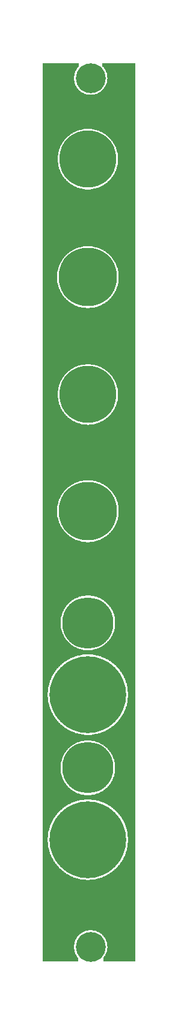
<source format=gbl>
G04 MADE WITH FRITZING*
G04 WWW.FRITZING.ORG*
G04 DOUBLE SIDED*
G04 HOLES PLATED*
G04 CONTOUR ON CENTER OF CONTOUR VECTOR*
%ASAXBY*%
%FSLAX23Y23*%
%MOIN*%
%OFA0B0*%
%SFA1.0B1.0*%
%ADD10C,0.075000*%
%ADD11C,0.314961*%
%ADD12C,0.322834*%
%ADD13C,0.165354*%
%ADD14C,0.425197*%
%ADD15C,0.283465*%
%LNCOPPER0*%
G90*
G70*
G54D10*
X109Y4952D03*
G54D11*
X291Y4483D03*
G54D12*
X291Y2533D03*
G54D11*
X291Y3179D03*
G54D12*
X291Y3829D03*
G54D13*
X307Y4931D03*
X307Y120D03*
G54D14*
X291Y1518D03*
G54D15*
X291Y1915D03*
X291Y1112D03*
G54D14*
X291Y714D03*
G36*
X40Y5015D02*
X40Y4839D01*
X290Y4839D01*
X290Y4841D01*
X282Y4841D01*
X282Y4843D01*
X276Y4843D01*
X276Y4845D01*
X270Y4845D01*
X270Y4847D01*
X266Y4847D01*
X266Y4849D01*
X262Y4849D01*
X262Y4851D01*
X258Y4851D01*
X258Y4853D01*
X256Y4853D01*
X256Y4855D01*
X252Y4855D01*
X252Y4857D01*
X250Y4857D01*
X250Y4859D01*
X248Y4859D01*
X248Y4861D01*
X244Y4861D01*
X244Y4863D01*
X242Y4863D01*
X242Y4865D01*
X240Y4865D01*
X240Y4867D01*
X238Y4867D01*
X238Y4871D01*
X236Y4871D01*
X236Y4873D01*
X234Y4873D01*
X234Y4875D01*
X232Y4875D01*
X232Y4877D01*
X230Y4877D01*
X230Y4881D01*
X228Y4881D01*
X228Y4883D01*
X226Y4883D01*
X226Y4887D01*
X224Y4887D01*
X224Y4891D01*
X222Y4891D01*
X222Y4895D01*
X220Y4895D01*
X220Y4901D01*
X218Y4901D01*
X218Y4907D01*
X216Y4907D01*
X216Y4917D01*
X214Y4917D01*
X214Y4945D01*
X216Y4945D01*
X216Y4955D01*
X218Y4955D01*
X218Y4961D01*
X220Y4961D01*
X220Y4967D01*
X222Y4967D01*
X222Y4971D01*
X224Y4971D01*
X224Y4975D01*
X226Y4975D01*
X226Y4979D01*
X228Y4979D01*
X228Y4981D01*
X230Y4981D01*
X230Y4985D01*
X232Y4985D01*
X232Y4987D01*
X234Y4987D01*
X234Y4989D01*
X236Y4989D01*
X236Y4993D01*
X238Y4993D01*
X238Y4995D01*
X240Y4995D01*
X240Y5015D01*
X40Y5015D01*
G37*
D02*
G36*
X372Y5015D02*
X372Y4995D01*
X374Y4995D01*
X374Y4993D01*
X376Y4993D01*
X376Y4991D01*
X378Y4991D01*
X378Y4989D01*
X380Y4989D01*
X380Y4985D01*
X382Y4985D01*
X382Y4983D01*
X384Y4983D01*
X384Y4981D01*
X386Y4981D01*
X386Y4977D01*
X388Y4977D01*
X388Y4973D01*
X390Y4973D01*
X390Y4969D01*
X392Y4969D01*
X392Y4965D01*
X394Y4965D01*
X394Y4959D01*
X396Y4959D01*
X396Y4951D01*
X398Y4951D01*
X398Y4935D01*
X400Y4935D01*
X400Y4927D01*
X398Y4927D01*
X398Y4911D01*
X396Y4911D01*
X396Y4903D01*
X394Y4903D01*
X394Y4897D01*
X392Y4897D01*
X392Y4893D01*
X390Y4893D01*
X390Y4889D01*
X388Y4889D01*
X388Y4885D01*
X386Y4885D01*
X386Y4883D01*
X384Y4883D01*
X384Y4879D01*
X382Y4879D01*
X382Y4877D01*
X380Y4877D01*
X380Y4873D01*
X378Y4873D01*
X378Y4871D01*
X376Y4871D01*
X376Y4869D01*
X374Y4869D01*
X374Y4867D01*
X372Y4867D01*
X372Y4865D01*
X370Y4865D01*
X370Y4863D01*
X368Y4863D01*
X368Y4861D01*
X366Y4861D01*
X366Y4859D01*
X364Y4859D01*
X364Y4857D01*
X360Y4857D01*
X360Y4855D01*
X358Y4855D01*
X358Y4853D01*
X354Y4853D01*
X354Y4851D01*
X352Y4851D01*
X352Y4849D01*
X348Y4849D01*
X348Y4847D01*
X344Y4847D01*
X344Y4845D01*
X338Y4845D01*
X338Y4843D01*
X332Y4843D01*
X332Y4841D01*
X322Y4841D01*
X322Y4839D01*
X554Y4839D01*
X554Y5015D01*
X372Y5015D01*
G37*
D02*
G36*
X40Y4839D02*
X40Y4837D01*
X554Y4837D01*
X554Y4839D01*
X40Y4839D01*
G37*
D02*
G36*
X40Y4839D02*
X40Y4837D01*
X554Y4837D01*
X554Y4839D01*
X40Y4839D01*
G37*
D02*
G36*
X40Y4837D02*
X40Y4649D01*
X314Y4649D01*
X314Y4647D01*
X326Y4647D01*
X326Y4645D01*
X334Y4645D01*
X334Y4643D01*
X342Y4643D01*
X342Y4641D01*
X348Y4641D01*
X348Y4639D01*
X354Y4639D01*
X354Y4637D01*
X358Y4637D01*
X358Y4635D01*
X362Y4635D01*
X362Y4633D01*
X366Y4633D01*
X366Y4631D01*
X370Y4631D01*
X370Y4629D01*
X374Y4629D01*
X374Y4627D01*
X376Y4627D01*
X376Y4625D01*
X380Y4625D01*
X380Y4623D01*
X384Y4623D01*
X384Y4621D01*
X386Y4621D01*
X386Y4619D01*
X390Y4619D01*
X390Y4617D01*
X392Y4617D01*
X392Y4615D01*
X394Y4615D01*
X394Y4613D01*
X398Y4613D01*
X398Y4611D01*
X400Y4611D01*
X400Y4609D01*
X402Y4609D01*
X402Y4607D01*
X404Y4607D01*
X404Y4605D01*
X406Y4605D01*
X406Y4603D01*
X408Y4603D01*
X408Y4601D01*
X410Y4601D01*
X410Y4599D01*
X412Y4599D01*
X412Y4597D01*
X414Y4597D01*
X414Y4595D01*
X416Y4595D01*
X416Y4593D01*
X418Y4593D01*
X418Y4591D01*
X420Y4591D01*
X420Y4589D01*
X422Y4589D01*
X422Y4585D01*
X424Y4585D01*
X424Y4583D01*
X426Y4583D01*
X426Y4581D01*
X428Y4581D01*
X428Y4577D01*
X430Y4577D01*
X430Y4575D01*
X432Y4575D01*
X432Y4571D01*
X434Y4571D01*
X434Y4567D01*
X436Y4567D01*
X436Y4565D01*
X438Y4565D01*
X438Y4561D01*
X440Y4561D01*
X440Y4557D01*
X442Y4557D01*
X442Y4553D01*
X444Y4553D01*
X444Y4549D01*
X446Y4549D01*
X446Y4543D01*
X448Y4543D01*
X448Y4537D01*
X450Y4537D01*
X450Y4533D01*
X452Y4533D01*
X452Y4525D01*
X454Y4525D01*
X454Y4517D01*
X456Y4517D01*
X456Y4505D01*
X458Y4505D01*
X458Y4461D01*
X456Y4461D01*
X456Y4449D01*
X454Y4449D01*
X454Y4441D01*
X452Y4441D01*
X452Y4433D01*
X450Y4433D01*
X450Y4427D01*
X448Y4427D01*
X448Y4421D01*
X446Y4421D01*
X446Y4417D01*
X444Y4417D01*
X444Y4413D01*
X442Y4413D01*
X442Y4409D01*
X440Y4409D01*
X440Y4403D01*
X438Y4403D01*
X438Y4401D01*
X436Y4401D01*
X436Y4397D01*
X434Y4397D01*
X434Y4393D01*
X432Y4393D01*
X432Y4391D01*
X430Y4391D01*
X430Y4387D01*
X428Y4387D01*
X428Y4385D01*
X426Y4385D01*
X426Y4383D01*
X424Y4383D01*
X424Y4379D01*
X422Y4379D01*
X422Y4377D01*
X420Y4377D01*
X420Y4375D01*
X418Y4375D01*
X418Y4373D01*
X416Y4373D01*
X416Y4371D01*
X414Y4371D01*
X414Y4367D01*
X412Y4367D01*
X412Y4365D01*
X410Y4365D01*
X410Y4363D01*
X408Y4363D01*
X408Y4361D01*
X406Y4361D01*
X406Y4359D01*
X402Y4359D01*
X402Y4357D01*
X400Y4357D01*
X400Y4355D01*
X398Y4355D01*
X398Y4353D01*
X396Y4353D01*
X396Y4351D01*
X394Y4351D01*
X394Y4349D01*
X390Y4349D01*
X390Y4347D01*
X388Y4347D01*
X388Y4345D01*
X386Y4345D01*
X386Y4343D01*
X382Y4343D01*
X382Y4341D01*
X378Y4341D01*
X378Y4339D01*
X376Y4339D01*
X376Y4337D01*
X372Y4337D01*
X372Y4335D01*
X368Y4335D01*
X368Y4333D01*
X364Y4333D01*
X364Y4331D01*
X360Y4331D01*
X360Y4329D01*
X356Y4329D01*
X356Y4327D01*
X350Y4327D01*
X350Y4325D01*
X344Y4325D01*
X344Y4323D01*
X338Y4323D01*
X338Y4321D01*
X330Y4321D01*
X330Y4319D01*
X322Y4319D01*
X322Y4317D01*
X308Y4317D01*
X308Y4315D01*
X554Y4315D01*
X554Y4837D01*
X40Y4837D01*
G37*
D02*
G36*
X40Y4649D02*
X40Y4315D01*
X274Y4315D01*
X274Y4317D01*
X260Y4317D01*
X260Y4319D01*
X252Y4319D01*
X252Y4321D01*
X244Y4321D01*
X244Y4323D01*
X238Y4323D01*
X238Y4325D01*
X232Y4325D01*
X232Y4327D01*
X226Y4327D01*
X226Y4329D01*
X222Y4329D01*
X222Y4331D01*
X218Y4331D01*
X218Y4333D01*
X214Y4333D01*
X214Y4335D01*
X210Y4335D01*
X210Y4337D01*
X206Y4337D01*
X206Y4339D01*
X204Y4339D01*
X204Y4341D01*
X200Y4341D01*
X200Y4343D01*
X198Y4343D01*
X198Y4345D01*
X194Y4345D01*
X194Y4347D01*
X192Y4347D01*
X192Y4349D01*
X190Y4349D01*
X190Y4351D01*
X186Y4351D01*
X186Y4353D01*
X184Y4353D01*
X184Y4355D01*
X182Y4355D01*
X182Y4357D01*
X180Y4357D01*
X180Y4359D01*
X178Y4359D01*
X178Y4361D01*
X174Y4361D01*
X174Y4363D01*
X172Y4363D01*
X172Y4365D01*
X170Y4365D01*
X170Y4369D01*
X168Y4369D01*
X168Y4371D01*
X166Y4371D01*
X166Y4373D01*
X164Y4373D01*
X164Y4375D01*
X162Y4375D01*
X162Y4377D01*
X160Y4377D01*
X160Y4379D01*
X158Y4379D01*
X158Y4383D01*
X156Y4383D01*
X156Y4385D01*
X154Y4385D01*
X154Y4387D01*
X152Y4387D01*
X152Y4391D01*
X150Y4391D01*
X150Y4395D01*
X148Y4395D01*
X148Y4397D01*
X146Y4397D01*
X146Y4401D01*
X144Y4401D01*
X144Y4405D01*
X142Y4405D01*
X142Y4409D01*
X140Y4409D01*
X140Y4413D01*
X138Y4413D01*
X138Y4417D01*
X136Y4417D01*
X136Y4423D01*
X134Y4423D01*
X134Y4427D01*
X132Y4427D01*
X132Y4433D01*
X130Y4433D01*
X130Y4441D01*
X128Y4441D01*
X128Y4449D01*
X126Y4449D01*
X126Y4463D01*
X124Y4463D01*
X124Y4503D01*
X126Y4503D01*
X126Y4515D01*
X128Y4515D01*
X128Y4523D01*
X130Y4523D01*
X130Y4531D01*
X132Y4531D01*
X132Y4537D01*
X134Y4537D01*
X134Y4543D01*
X136Y4543D01*
X136Y4547D01*
X138Y4547D01*
X138Y4553D01*
X140Y4553D01*
X140Y4557D01*
X142Y4557D01*
X142Y4561D01*
X144Y4561D01*
X144Y4565D01*
X146Y4565D01*
X146Y4567D01*
X148Y4567D01*
X148Y4571D01*
X150Y4571D01*
X150Y4573D01*
X152Y4573D01*
X152Y4577D01*
X154Y4577D01*
X154Y4579D01*
X156Y4579D01*
X156Y4583D01*
X158Y4583D01*
X158Y4585D01*
X160Y4585D01*
X160Y4587D01*
X162Y4587D01*
X162Y4591D01*
X164Y4591D01*
X164Y4593D01*
X166Y4593D01*
X166Y4595D01*
X168Y4595D01*
X168Y4597D01*
X170Y4597D01*
X170Y4599D01*
X172Y4599D01*
X172Y4601D01*
X174Y4601D01*
X174Y4603D01*
X176Y4603D01*
X176Y4605D01*
X178Y4605D01*
X178Y4607D01*
X180Y4607D01*
X180Y4609D01*
X182Y4609D01*
X182Y4611D01*
X186Y4611D01*
X186Y4613D01*
X188Y4613D01*
X188Y4615D01*
X190Y4615D01*
X190Y4617D01*
X194Y4617D01*
X194Y4619D01*
X196Y4619D01*
X196Y4621D01*
X198Y4621D01*
X198Y4623D01*
X202Y4623D01*
X202Y4625D01*
X206Y4625D01*
X206Y4627D01*
X208Y4627D01*
X208Y4629D01*
X212Y4629D01*
X212Y4631D01*
X216Y4631D01*
X216Y4633D01*
X220Y4633D01*
X220Y4635D01*
X224Y4635D01*
X224Y4637D01*
X230Y4637D01*
X230Y4639D01*
X234Y4639D01*
X234Y4641D01*
X240Y4641D01*
X240Y4643D01*
X248Y4643D01*
X248Y4645D01*
X256Y4645D01*
X256Y4647D01*
X268Y4647D01*
X268Y4649D01*
X40Y4649D01*
G37*
D02*
G36*
X40Y4315D02*
X40Y4313D01*
X554Y4313D01*
X554Y4315D01*
X40Y4315D01*
G37*
D02*
G36*
X40Y4315D02*
X40Y4313D01*
X554Y4313D01*
X554Y4315D01*
X40Y4315D01*
G37*
D02*
G36*
X40Y4313D02*
X40Y4001D01*
X302Y4001D01*
X302Y3999D01*
X318Y3999D01*
X318Y3997D01*
X328Y3997D01*
X328Y3995D01*
X336Y3995D01*
X336Y3993D01*
X344Y3993D01*
X344Y3991D01*
X350Y3991D01*
X350Y3989D01*
X354Y3989D01*
X354Y3987D01*
X360Y3987D01*
X360Y3985D01*
X364Y3985D01*
X364Y3983D01*
X368Y3983D01*
X368Y3981D01*
X372Y3981D01*
X372Y3979D01*
X376Y3979D01*
X376Y3977D01*
X378Y3977D01*
X378Y3975D01*
X382Y3975D01*
X382Y3973D01*
X386Y3973D01*
X386Y3971D01*
X388Y3971D01*
X388Y3969D01*
X390Y3969D01*
X390Y3967D01*
X394Y3967D01*
X394Y3965D01*
X396Y3965D01*
X396Y3963D01*
X398Y3963D01*
X398Y3961D01*
X402Y3961D01*
X402Y3959D01*
X404Y3959D01*
X404Y3957D01*
X406Y3957D01*
X406Y3955D01*
X408Y3955D01*
X408Y3953D01*
X410Y3953D01*
X410Y3951D01*
X412Y3951D01*
X412Y3949D01*
X414Y3949D01*
X414Y3947D01*
X416Y3947D01*
X416Y3945D01*
X418Y3945D01*
X418Y3943D01*
X420Y3943D01*
X420Y3941D01*
X422Y3941D01*
X422Y3939D01*
X424Y3939D01*
X424Y3935D01*
X426Y3935D01*
X426Y3933D01*
X428Y3933D01*
X428Y3931D01*
X430Y3931D01*
X430Y3927D01*
X432Y3927D01*
X432Y3925D01*
X434Y3925D01*
X434Y3921D01*
X436Y3921D01*
X436Y3919D01*
X438Y3919D01*
X438Y3915D01*
X440Y3915D01*
X440Y3911D01*
X442Y3911D01*
X442Y3909D01*
X444Y3909D01*
X444Y3905D01*
X446Y3905D01*
X446Y3899D01*
X448Y3899D01*
X448Y3895D01*
X450Y3895D01*
X450Y3891D01*
X452Y3891D01*
X452Y3885D01*
X454Y3885D01*
X454Y3879D01*
X456Y3879D01*
X456Y3871D01*
X458Y3871D01*
X458Y3863D01*
X460Y3863D01*
X460Y3851D01*
X462Y3851D01*
X462Y3807D01*
X460Y3807D01*
X460Y3795D01*
X458Y3795D01*
X458Y3787D01*
X456Y3787D01*
X456Y3779D01*
X454Y3779D01*
X454Y3773D01*
X452Y3773D01*
X452Y3767D01*
X450Y3767D01*
X450Y3763D01*
X448Y3763D01*
X448Y3757D01*
X446Y3757D01*
X446Y3753D01*
X444Y3753D01*
X444Y3749D01*
X442Y3749D01*
X442Y3745D01*
X440Y3745D01*
X440Y3743D01*
X438Y3743D01*
X438Y3739D01*
X436Y3739D01*
X436Y3737D01*
X434Y3737D01*
X434Y3733D01*
X432Y3733D01*
X432Y3731D01*
X430Y3731D01*
X430Y3727D01*
X428Y3727D01*
X428Y3725D01*
X426Y3725D01*
X426Y3723D01*
X424Y3723D01*
X424Y3719D01*
X422Y3719D01*
X422Y3717D01*
X420Y3717D01*
X420Y3715D01*
X418Y3715D01*
X418Y3713D01*
X416Y3713D01*
X416Y3711D01*
X414Y3711D01*
X414Y3709D01*
X412Y3709D01*
X412Y3707D01*
X410Y3707D01*
X410Y3705D01*
X408Y3705D01*
X408Y3703D01*
X406Y3703D01*
X406Y3701D01*
X404Y3701D01*
X404Y3699D01*
X402Y3699D01*
X402Y3697D01*
X400Y3697D01*
X400Y3695D01*
X396Y3695D01*
X396Y3693D01*
X394Y3693D01*
X394Y3691D01*
X392Y3691D01*
X392Y3689D01*
X388Y3689D01*
X388Y3687D01*
X386Y3687D01*
X386Y3685D01*
X382Y3685D01*
X382Y3683D01*
X378Y3683D01*
X378Y3681D01*
X376Y3681D01*
X376Y3679D01*
X372Y3679D01*
X372Y3677D01*
X368Y3677D01*
X368Y3675D01*
X364Y3675D01*
X364Y3673D01*
X360Y3673D01*
X360Y3671D01*
X356Y3671D01*
X356Y3669D01*
X350Y3669D01*
X350Y3667D01*
X344Y3667D01*
X344Y3665D01*
X336Y3665D01*
X336Y3663D01*
X330Y3663D01*
X330Y3661D01*
X318Y3661D01*
X318Y3659D01*
X302Y3659D01*
X302Y3657D01*
X554Y3657D01*
X554Y4313D01*
X40Y4313D01*
G37*
D02*
G36*
X40Y4001D02*
X40Y3657D01*
X280Y3657D01*
X280Y3659D01*
X264Y3659D01*
X264Y3661D01*
X254Y3661D01*
X254Y3663D01*
X246Y3663D01*
X246Y3665D01*
X238Y3665D01*
X238Y3667D01*
X232Y3667D01*
X232Y3669D01*
X228Y3669D01*
X228Y3671D01*
X222Y3671D01*
X222Y3673D01*
X218Y3673D01*
X218Y3675D01*
X214Y3675D01*
X214Y3677D01*
X210Y3677D01*
X210Y3679D01*
X206Y3679D01*
X206Y3681D01*
X204Y3681D01*
X204Y3683D01*
X200Y3683D01*
X200Y3685D01*
X196Y3685D01*
X196Y3687D01*
X194Y3687D01*
X194Y3689D01*
X192Y3689D01*
X192Y3691D01*
X188Y3691D01*
X188Y3693D01*
X186Y3693D01*
X186Y3695D01*
X184Y3695D01*
X184Y3697D01*
X180Y3697D01*
X180Y3699D01*
X178Y3699D01*
X178Y3701D01*
X176Y3701D01*
X176Y3703D01*
X174Y3703D01*
X174Y3705D01*
X172Y3705D01*
X172Y3707D01*
X170Y3707D01*
X170Y3709D01*
X168Y3709D01*
X168Y3711D01*
X166Y3711D01*
X166Y3713D01*
X164Y3713D01*
X164Y3715D01*
X162Y3715D01*
X162Y3717D01*
X160Y3717D01*
X160Y3719D01*
X158Y3719D01*
X158Y3723D01*
X156Y3723D01*
X156Y3725D01*
X154Y3725D01*
X154Y3727D01*
X152Y3727D01*
X152Y3731D01*
X150Y3731D01*
X150Y3733D01*
X148Y3733D01*
X148Y3737D01*
X146Y3737D01*
X146Y3739D01*
X144Y3739D01*
X144Y3743D01*
X142Y3743D01*
X142Y3747D01*
X140Y3747D01*
X140Y3751D01*
X138Y3751D01*
X138Y3755D01*
X136Y3755D01*
X136Y3759D01*
X134Y3759D01*
X134Y3763D01*
X132Y3763D01*
X132Y3769D01*
X130Y3769D01*
X130Y3773D01*
X128Y3773D01*
X128Y3779D01*
X126Y3779D01*
X126Y3787D01*
X124Y3787D01*
X124Y3797D01*
X122Y3797D01*
X122Y3809D01*
X120Y3809D01*
X120Y3849D01*
X122Y3849D01*
X122Y3861D01*
X124Y3861D01*
X124Y3869D01*
X126Y3869D01*
X126Y3877D01*
X128Y3877D01*
X128Y3885D01*
X130Y3885D01*
X130Y3889D01*
X132Y3889D01*
X132Y3895D01*
X134Y3895D01*
X134Y3899D01*
X136Y3899D01*
X136Y3903D01*
X138Y3903D01*
X138Y3907D01*
X140Y3907D01*
X140Y3911D01*
X142Y3911D01*
X142Y3915D01*
X144Y3915D01*
X144Y3917D01*
X146Y3917D01*
X146Y3921D01*
X148Y3921D01*
X148Y3925D01*
X150Y3925D01*
X150Y3927D01*
X152Y3927D01*
X152Y3929D01*
X154Y3929D01*
X154Y3933D01*
X156Y3933D01*
X156Y3935D01*
X158Y3935D01*
X158Y3937D01*
X160Y3937D01*
X160Y3941D01*
X162Y3941D01*
X162Y3943D01*
X164Y3943D01*
X164Y3945D01*
X166Y3945D01*
X166Y3947D01*
X168Y3947D01*
X168Y3949D01*
X170Y3949D01*
X170Y3951D01*
X172Y3951D01*
X172Y3953D01*
X174Y3953D01*
X174Y3955D01*
X176Y3955D01*
X176Y3957D01*
X178Y3957D01*
X178Y3959D01*
X180Y3959D01*
X180Y3961D01*
X184Y3961D01*
X184Y3963D01*
X186Y3963D01*
X186Y3965D01*
X188Y3965D01*
X188Y3967D01*
X192Y3967D01*
X192Y3969D01*
X194Y3969D01*
X194Y3971D01*
X198Y3971D01*
X198Y3973D01*
X200Y3973D01*
X200Y3975D01*
X204Y3975D01*
X204Y3977D01*
X206Y3977D01*
X206Y3979D01*
X210Y3979D01*
X210Y3981D01*
X214Y3981D01*
X214Y3983D01*
X218Y3983D01*
X218Y3985D01*
X222Y3985D01*
X222Y3987D01*
X228Y3987D01*
X228Y3989D01*
X234Y3989D01*
X234Y3991D01*
X238Y3991D01*
X238Y3993D01*
X246Y3993D01*
X246Y3995D01*
X254Y3995D01*
X254Y3997D01*
X264Y3997D01*
X264Y3999D01*
X282Y3999D01*
X282Y4001D01*
X40Y4001D01*
G37*
D02*
G36*
X40Y3657D02*
X40Y3655D01*
X554Y3655D01*
X554Y3657D01*
X40Y3657D01*
G37*
D02*
G36*
X40Y3657D02*
X40Y3655D01*
X554Y3655D01*
X554Y3657D01*
X40Y3657D01*
G37*
D02*
G36*
X40Y3655D02*
X40Y3347D01*
X306Y3347D01*
X306Y3345D01*
X320Y3345D01*
X320Y3343D01*
X330Y3343D01*
X330Y3341D01*
X338Y3341D01*
X338Y3339D01*
X344Y3339D01*
X344Y3337D01*
X350Y3337D01*
X350Y3335D01*
X356Y3335D01*
X356Y3333D01*
X360Y3333D01*
X360Y3331D01*
X364Y3331D01*
X364Y3329D01*
X368Y3329D01*
X368Y3327D01*
X372Y3327D01*
X372Y3325D01*
X376Y3325D01*
X376Y3323D01*
X378Y3323D01*
X378Y3321D01*
X382Y3321D01*
X382Y3319D01*
X384Y3319D01*
X384Y3317D01*
X388Y3317D01*
X388Y3315D01*
X390Y3315D01*
X390Y3313D01*
X392Y3313D01*
X392Y3311D01*
X396Y3311D01*
X396Y3309D01*
X398Y3309D01*
X398Y3307D01*
X400Y3307D01*
X400Y3305D01*
X402Y3305D01*
X402Y3303D01*
X404Y3303D01*
X404Y3301D01*
X408Y3301D01*
X408Y3299D01*
X410Y3299D01*
X410Y3297D01*
X412Y3297D01*
X412Y3293D01*
X414Y3293D01*
X414Y3291D01*
X416Y3291D01*
X416Y3289D01*
X418Y3289D01*
X418Y3287D01*
X420Y3287D01*
X420Y3285D01*
X422Y3285D01*
X422Y3283D01*
X424Y3283D01*
X424Y3279D01*
X426Y3279D01*
X426Y3277D01*
X428Y3277D01*
X428Y3275D01*
X430Y3275D01*
X430Y3271D01*
X432Y3271D01*
X432Y3267D01*
X434Y3267D01*
X434Y3265D01*
X436Y3265D01*
X436Y3261D01*
X438Y3261D01*
X438Y3257D01*
X440Y3257D01*
X440Y3253D01*
X442Y3253D01*
X442Y3249D01*
X444Y3249D01*
X444Y3245D01*
X446Y3245D01*
X446Y3241D01*
X448Y3241D01*
X448Y3235D01*
X450Y3235D01*
X450Y3229D01*
X452Y3229D01*
X452Y3221D01*
X454Y3221D01*
X454Y3213D01*
X456Y3213D01*
X456Y3201D01*
X458Y3201D01*
X458Y3157D01*
X456Y3157D01*
X456Y3145D01*
X454Y3145D01*
X454Y3137D01*
X452Y3137D01*
X452Y3129D01*
X450Y3129D01*
X450Y3123D01*
X448Y3123D01*
X448Y3119D01*
X446Y3119D01*
X446Y3113D01*
X444Y3113D01*
X444Y3109D01*
X442Y3109D01*
X442Y3105D01*
X440Y3105D01*
X440Y3101D01*
X438Y3101D01*
X438Y3097D01*
X436Y3097D01*
X436Y3095D01*
X434Y3095D01*
X434Y3091D01*
X432Y3091D01*
X432Y3087D01*
X430Y3087D01*
X430Y3085D01*
X428Y3085D01*
X428Y3081D01*
X426Y3081D01*
X426Y3079D01*
X424Y3079D01*
X424Y3077D01*
X422Y3077D01*
X422Y3073D01*
X420Y3073D01*
X420Y3071D01*
X418Y3071D01*
X418Y3069D01*
X416Y3069D01*
X416Y3067D01*
X414Y3067D01*
X414Y3065D01*
X412Y3065D01*
X412Y3063D01*
X410Y3063D01*
X410Y3061D01*
X408Y3061D01*
X408Y3059D01*
X406Y3059D01*
X406Y3057D01*
X404Y3057D01*
X404Y3055D01*
X402Y3055D01*
X402Y3053D01*
X400Y3053D01*
X400Y3051D01*
X398Y3051D01*
X398Y3049D01*
X394Y3049D01*
X394Y3047D01*
X392Y3047D01*
X392Y3045D01*
X390Y3045D01*
X390Y3043D01*
X386Y3043D01*
X386Y3041D01*
X384Y3041D01*
X384Y3039D01*
X380Y3039D01*
X380Y3037D01*
X378Y3037D01*
X378Y3035D01*
X374Y3035D01*
X374Y3033D01*
X370Y3033D01*
X370Y3031D01*
X366Y3031D01*
X366Y3029D01*
X362Y3029D01*
X362Y3027D01*
X358Y3027D01*
X358Y3025D01*
X354Y3025D01*
X354Y3023D01*
X348Y3023D01*
X348Y3021D01*
X342Y3021D01*
X342Y3019D01*
X336Y3019D01*
X336Y3017D01*
X328Y3017D01*
X328Y3015D01*
X316Y3015D01*
X316Y3013D01*
X298Y3013D01*
X298Y3011D01*
X554Y3011D01*
X554Y3655D01*
X40Y3655D01*
G37*
D02*
G36*
X40Y3347D02*
X40Y3011D01*
X286Y3011D01*
X286Y3013D01*
X266Y3013D01*
X266Y3015D01*
X254Y3015D01*
X254Y3017D01*
X248Y3017D01*
X248Y3019D01*
X240Y3019D01*
X240Y3021D01*
X234Y3021D01*
X234Y3023D01*
X228Y3023D01*
X228Y3025D01*
X224Y3025D01*
X224Y3027D01*
X220Y3027D01*
X220Y3029D01*
X216Y3029D01*
X216Y3031D01*
X212Y3031D01*
X212Y3033D01*
X208Y3033D01*
X208Y3035D01*
X204Y3035D01*
X204Y3037D01*
X202Y3037D01*
X202Y3039D01*
X198Y3039D01*
X198Y3041D01*
X196Y3041D01*
X196Y3043D01*
X192Y3043D01*
X192Y3045D01*
X190Y3045D01*
X190Y3047D01*
X188Y3047D01*
X188Y3049D01*
X184Y3049D01*
X184Y3051D01*
X182Y3051D01*
X182Y3053D01*
X180Y3053D01*
X180Y3055D01*
X178Y3055D01*
X178Y3057D01*
X176Y3057D01*
X176Y3059D01*
X174Y3059D01*
X174Y3061D01*
X172Y3061D01*
X172Y3063D01*
X170Y3063D01*
X170Y3065D01*
X168Y3065D01*
X168Y3067D01*
X166Y3067D01*
X166Y3069D01*
X164Y3069D01*
X164Y3071D01*
X162Y3071D01*
X162Y3075D01*
X160Y3075D01*
X160Y3077D01*
X158Y3077D01*
X158Y3079D01*
X156Y3079D01*
X156Y3083D01*
X154Y3083D01*
X154Y3085D01*
X152Y3085D01*
X152Y3087D01*
X150Y3087D01*
X150Y3091D01*
X148Y3091D01*
X148Y3095D01*
X146Y3095D01*
X146Y3097D01*
X144Y3097D01*
X144Y3101D01*
X142Y3101D01*
X142Y3105D01*
X140Y3105D01*
X140Y3109D01*
X138Y3109D01*
X138Y3113D01*
X136Y3113D01*
X136Y3119D01*
X134Y3119D01*
X134Y3125D01*
X132Y3125D01*
X132Y3131D01*
X130Y3131D01*
X130Y3139D01*
X128Y3139D01*
X128Y3147D01*
X126Y3147D01*
X126Y3159D01*
X124Y3159D01*
X124Y3199D01*
X126Y3199D01*
X126Y3211D01*
X128Y3211D01*
X128Y3221D01*
X130Y3221D01*
X130Y3229D01*
X132Y3229D01*
X132Y3233D01*
X134Y3233D01*
X134Y3239D01*
X136Y3239D01*
X136Y3245D01*
X138Y3245D01*
X138Y3249D01*
X140Y3249D01*
X140Y3253D01*
X142Y3253D01*
X142Y3257D01*
X144Y3257D01*
X144Y3261D01*
X146Y3261D01*
X146Y3265D01*
X148Y3265D01*
X148Y3267D01*
X150Y3267D01*
X150Y3271D01*
X152Y3271D01*
X152Y3273D01*
X154Y3273D01*
X154Y3277D01*
X156Y3277D01*
X156Y3279D01*
X158Y3279D01*
X158Y3281D01*
X160Y3281D01*
X160Y3285D01*
X162Y3285D01*
X162Y3287D01*
X164Y3287D01*
X164Y3289D01*
X166Y3289D01*
X166Y3291D01*
X168Y3291D01*
X168Y3293D01*
X170Y3293D01*
X170Y3295D01*
X172Y3295D01*
X172Y3297D01*
X174Y3297D01*
X174Y3299D01*
X176Y3299D01*
X176Y3301D01*
X178Y3301D01*
X178Y3303D01*
X180Y3303D01*
X180Y3305D01*
X182Y3305D01*
X182Y3307D01*
X184Y3307D01*
X184Y3309D01*
X186Y3309D01*
X186Y3311D01*
X190Y3311D01*
X190Y3313D01*
X192Y3313D01*
X192Y3315D01*
X194Y3315D01*
X194Y3317D01*
X198Y3317D01*
X198Y3319D01*
X200Y3319D01*
X200Y3321D01*
X204Y3321D01*
X204Y3323D01*
X208Y3323D01*
X208Y3325D01*
X210Y3325D01*
X210Y3327D01*
X214Y3327D01*
X214Y3329D01*
X218Y3329D01*
X218Y3331D01*
X222Y3331D01*
X222Y3333D01*
X226Y3333D01*
X226Y3335D01*
X232Y3335D01*
X232Y3337D01*
X238Y3337D01*
X238Y3339D01*
X244Y3339D01*
X244Y3341D01*
X252Y3341D01*
X252Y3343D01*
X262Y3343D01*
X262Y3345D01*
X276Y3345D01*
X276Y3347D01*
X40Y3347D01*
G37*
D02*
G36*
X40Y3011D02*
X40Y3009D01*
X554Y3009D01*
X554Y3011D01*
X40Y3011D01*
G37*
D02*
G36*
X40Y3011D02*
X40Y3009D01*
X554Y3009D01*
X554Y3011D01*
X40Y3011D01*
G37*
D02*
G36*
X40Y3009D02*
X40Y2705D01*
X304Y2705D01*
X304Y2703D01*
X320Y2703D01*
X320Y2701D01*
X330Y2701D01*
X330Y2699D01*
X338Y2699D01*
X338Y2697D01*
X344Y2697D01*
X344Y2695D01*
X350Y2695D01*
X350Y2693D01*
X356Y2693D01*
X356Y2691D01*
X360Y2691D01*
X360Y2689D01*
X364Y2689D01*
X364Y2687D01*
X368Y2687D01*
X368Y2685D01*
X372Y2685D01*
X372Y2683D01*
X376Y2683D01*
X376Y2681D01*
X380Y2681D01*
X380Y2679D01*
X382Y2679D01*
X382Y2677D01*
X386Y2677D01*
X386Y2675D01*
X388Y2675D01*
X388Y2673D01*
X392Y2673D01*
X392Y2671D01*
X394Y2671D01*
X394Y2669D01*
X396Y2669D01*
X396Y2667D01*
X400Y2667D01*
X400Y2665D01*
X402Y2665D01*
X402Y2663D01*
X404Y2663D01*
X404Y2661D01*
X406Y2661D01*
X406Y2659D01*
X408Y2659D01*
X408Y2657D01*
X410Y2657D01*
X410Y2655D01*
X412Y2655D01*
X412Y2653D01*
X414Y2653D01*
X414Y2651D01*
X416Y2651D01*
X416Y2649D01*
X418Y2649D01*
X418Y2647D01*
X420Y2647D01*
X420Y2645D01*
X422Y2645D01*
X422Y2643D01*
X424Y2643D01*
X424Y2639D01*
X426Y2639D01*
X426Y2637D01*
X428Y2637D01*
X428Y2635D01*
X430Y2635D01*
X430Y2631D01*
X432Y2631D01*
X432Y2629D01*
X434Y2629D01*
X434Y2625D01*
X436Y2625D01*
X436Y2623D01*
X438Y2623D01*
X438Y2619D01*
X440Y2619D01*
X440Y2617D01*
X442Y2617D01*
X442Y2613D01*
X444Y2613D01*
X444Y2609D01*
X446Y2609D01*
X446Y2605D01*
X448Y2605D01*
X448Y2599D01*
X450Y2599D01*
X450Y2595D01*
X452Y2595D01*
X452Y2589D01*
X454Y2589D01*
X454Y2583D01*
X456Y2583D01*
X456Y2575D01*
X458Y2575D01*
X458Y2567D01*
X460Y2567D01*
X460Y2555D01*
X462Y2555D01*
X462Y2511D01*
X460Y2511D01*
X460Y2499D01*
X458Y2499D01*
X458Y2491D01*
X456Y2491D01*
X456Y2483D01*
X454Y2483D01*
X454Y2477D01*
X452Y2477D01*
X452Y2471D01*
X450Y2471D01*
X450Y2467D01*
X448Y2467D01*
X448Y2463D01*
X446Y2463D01*
X446Y2459D01*
X444Y2459D01*
X444Y2453D01*
X442Y2453D01*
X442Y2451D01*
X440Y2451D01*
X440Y2447D01*
X438Y2447D01*
X438Y2443D01*
X436Y2443D01*
X436Y2441D01*
X434Y2441D01*
X434Y2437D01*
X432Y2437D01*
X432Y2435D01*
X430Y2435D01*
X430Y2431D01*
X428Y2431D01*
X428Y2429D01*
X426Y2429D01*
X426Y2427D01*
X424Y2427D01*
X424Y2423D01*
X422Y2423D01*
X422Y2421D01*
X420Y2421D01*
X420Y2419D01*
X418Y2419D01*
X418Y2417D01*
X416Y2417D01*
X416Y2415D01*
X414Y2415D01*
X414Y2413D01*
X412Y2413D01*
X412Y2411D01*
X410Y2411D01*
X410Y2409D01*
X408Y2409D01*
X408Y2407D01*
X406Y2407D01*
X406Y2405D01*
X404Y2405D01*
X404Y2403D01*
X402Y2403D01*
X402Y2401D01*
X398Y2401D01*
X398Y2399D01*
X396Y2399D01*
X396Y2397D01*
X394Y2397D01*
X394Y2395D01*
X390Y2395D01*
X390Y2393D01*
X388Y2393D01*
X388Y2391D01*
X384Y2391D01*
X384Y2389D01*
X382Y2389D01*
X382Y2387D01*
X378Y2387D01*
X378Y2385D01*
X376Y2385D01*
X376Y2383D01*
X372Y2383D01*
X372Y2381D01*
X368Y2381D01*
X368Y2379D01*
X364Y2379D01*
X364Y2377D01*
X360Y2377D01*
X360Y2375D01*
X354Y2375D01*
X354Y2373D01*
X348Y2373D01*
X348Y2371D01*
X344Y2371D01*
X344Y2369D01*
X336Y2369D01*
X336Y2367D01*
X328Y2367D01*
X328Y2365D01*
X316Y2365D01*
X316Y2363D01*
X300Y2363D01*
X300Y2361D01*
X554Y2361D01*
X554Y3009D01*
X40Y3009D01*
G37*
D02*
G36*
X40Y2705D02*
X40Y2361D01*
X282Y2361D01*
X282Y2363D01*
X266Y2363D01*
X266Y2365D01*
X254Y2365D01*
X254Y2367D01*
X246Y2367D01*
X246Y2369D01*
X238Y2369D01*
X238Y2371D01*
X234Y2371D01*
X234Y2373D01*
X228Y2373D01*
X228Y2375D01*
X222Y2375D01*
X222Y2377D01*
X218Y2377D01*
X218Y2379D01*
X214Y2379D01*
X214Y2381D01*
X210Y2381D01*
X210Y2383D01*
X208Y2383D01*
X208Y2385D01*
X204Y2385D01*
X204Y2387D01*
X200Y2387D01*
X200Y2389D01*
X198Y2389D01*
X198Y2391D01*
X194Y2391D01*
X194Y2393D01*
X192Y2393D01*
X192Y2395D01*
X188Y2395D01*
X188Y2397D01*
X186Y2397D01*
X186Y2399D01*
X184Y2399D01*
X184Y2401D01*
X180Y2401D01*
X180Y2403D01*
X178Y2403D01*
X178Y2405D01*
X176Y2405D01*
X176Y2407D01*
X174Y2407D01*
X174Y2409D01*
X172Y2409D01*
X172Y2411D01*
X170Y2411D01*
X170Y2413D01*
X168Y2413D01*
X168Y2415D01*
X166Y2415D01*
X166Y2417D01*
X164Y2417D01*
X164Y2419D01*
X162Y2419D01*
X162Y2421D01*
X160Y2421D01*
X160Y2425D01*
X158Y2425D01*
X158Y2427D01*
X156Y2427D01*
X156Y2429D01*
X154Y2429D01*
X154Y2433D01*
X152Y2433D01*
X152Y2435D01*
X150Y2435D01*
X150Y2437D01*
X148Y2437D01*
X148Y2441D01*
X146Y2441D01*
X146Y2445D01*
X144Y2445D01*
X144Y2447D01*
X142Y2447D01*
X142Y2451D01*
X140Y2451D01*
X140Y2455D01*
X138Y2455D01*
X138Y2459D01*
X136Y2459D01*
X136Y2463D01*
X134Y2463D01*
X134Y2467D01*
X132Y2467D01*
X132Y2473D01*
X130Y2473D01*
X130Y2479D01*
X128Y2479D01*
X128Y2485D01*
X126Y2485D01*
X126Y2493D01*
X124Y2493D01*
X124Y2501D01*
X122Y2501D01*
X122Y2513D01*
X120Y2513D01*
X120Y2553D01*
X122Y2553D01*
X122Y2565D01*
X124Y2565D01*
X124Y2575D01*
X126Y2575D01*
X126Y2583D01*
X128Y2583D01*
X128Y2589D01*
X130Y2589D01*
X130Y2593D01*
X132Y2593D01*
X132Y2599D01*
X134Y2599D01*
X134Y2603D01*
X136Y2603D01*
X136Y2607D01*
X138Y2607D01*
X138Y2611D01*
X140Y2611D01*
X140Y2615D01*
X142Y2615D01*
X142Y2619D01*
X144Y2619D01*
X144Y2623D01*
X146Y2623D01*
X146Y2625D01*
X148Y2625D01*
X148Y2629D01*
X150Y2629D01*
X150Y2631D01*
X152Y2631D01*
X152Y2635D01*
X154Y2635D01*
X154Y2637D01*
X156Y2637D01*
X156Y2639D01*
X158Y2639D01*
X158Y2643D01*
X160Y2643D01*
X160Y2645D01*
X162Y2645D01*
X162Y2647D01*
X164Y2647D01*
X164Y2649D01*
X166Y2649D01*
X166Y2651D01*
X168Y2651D01*
X168Y2653D01*
X170Y2653D01*
X170Y2655D01*
X172Y2655D01*
X172Y2657D01*
X174Y2657D01*
X174Y2659D01*
X176Y2659D01*
X176Y2661D01*
X178Y2661D01*
X178Y2663D01*
X180Y2663D01*
X180Y2665D01*
X182Y2665D01*
X182Y2667D01*
X186Y2667D01*
X186Y2669D01*
X188Y2669D01*
X188Y2671D01*
X192Y2671D01*
X192Y2673D01*
X194Y2673D01*
X194Y2675D01*
X196Y2675D01*
X196Y2677D01*
X200Y2677D01*
X200Y2679D01*
X204Y2679D01*
X204Y2681D01*
X206Y2681D01*
X206Y2683D01*
X210Y2683D01*
X210Y2685D01*
X214Y2685D01*
X214Y2687D01*
X218Y2687D01*
X218Y2689D01*
X222Y2689D01*
X222Y2691D01*
X226Y2691D01*
X226Y2693D01*
X232Y2693D01*
X232Y2695D01*
X238Y2695D01*
X238Y2697D01*
X244Y2697D01*
X244Y2699D01*
X252Y2699D01*
X252Y2701D01*
X264Y2701D01*
X264Y2703D01*
X278Y2703D01*
X278Y2705D01*
X40Y2705D01*
G37*
D02*
G36*
X40Y2361D02*
X40Y2359D01*
X554Y2359D01*
X554Y2361D01*
X40Y2361D01*
G37*
D02*
G36*
X40Y2361D02*
X40Y2359D01*
X554Y2359D01*
X554Y2361D01*
X40Y2361D01*
G37*
D02*
G36*
X40Y2359D02*
X40Y2067D01*
X306Y2067D01*
X306Y2065D01*
X320Y2065D01*
X320Y2063D01*
X328Y2063D01*
X328Y2061D01*
X336Y2061D01*
X336Y2059D01*
X342Y2059D01*
X342Y2057D01*
X348Y2057D01*
X348Y2055D01*
X352Y2055D01*
X352Y2053D01*
X356Y2053D01*
X356Y2051D01*
X360Y2051D01*
X360Y2049D01*
X364Y2049D01*
X364Y2047D01*
X368Y2047D01*
X368Y2045D01*
X370Y2045D01*
X370Y2043D01*
X374Y2043D01*
X374Y2041D01*
X378Y2041D01*
X378Y2039D01*
X380Y2039D01*
X380Y2037D01*
X382Y2037D01*
X382Y2035D01*
X386Y2035D01*
X386Y2033D01*
X388Y2033D01*
X388Y2031D01*
X390Y2031D01*
X390Y2029D01*
X392Y2029D01*
X392Y2027D01*
X394Y2027D01*
X394Y2025D01*
X396Y2025D01*
X396Y2023D01*
X398Y2023D01*
X398Y2021D01*
X400Y2021D01*
X400Y2019D01*
X402Y2019D01*
X402Y2017D01*
X404Y2017D01*
X404Y2015D01*
X406Y2015D01*
X406Y2013D01*
X408Y2013D01*
X408Y2011D01*
X410Y2011D01*
X410Y2007D01*
X412Y2007D01*
X412Y2005D01*
X414Y2005D01*
X414Y2003D01*
X416Y2003D01*
X416Y1999D01*
X418Y1999D01*
X418Y1997D01*
X420Y1997D01*
X420Y1993D01*
X422Y1993D01*
X422Y1989D01*
X424Y1989D01*
X424Y1987D01*
X426Y1987D01*
X426Y1983D01*
X428Y1983D01*
X428Y1979D01*
X430Y1979D01*
X430Y1973D01*
X432Y1973D01*
X432Y1969D01*
X434Y1969D01*
X434Y1963D01*
X436Y1963D01*
X436Y1957D01*
X438Y1957D01*
X438Y1949D01*
X440Y1949D01*
X440Y1937D01*
X442Y1937D01*
X442Y1893D01*
X440Y1893D01*
X440Y1881D01*
X438Y1881D01*
X438Y1873D01*
X436Y1873D01*
X436Y1867D01*
X434Y1867D01*
X434Y1861D01*
X432Y1861D01*
X432Y1857D01*
X430Y1857D01*
X430Y1853D01*
X428Y1853D01*
X428Y1847D01*
X426Y1847D01*
X426Y1843D01*
X424Y1843D01*
X424Y1841D01*
X422Y1841D01*
X422Y1837D01*
X420Y1837D01*
X420Y1833D01*
X418Y1833D01*
X418Y1831D01*
X416Y1831D01*
X416Y1827D01*
X414Y1827D01*
X414Y1825D01*
X412Y1825D01*
X412Y1823D01*
X410Y1823D01*
X410Y1819D01*
X408Y1819D01*
X408Y1817D01*
X406Y1817D01*
X406Y1815D01*
X404Y1815D01*
X404Y1813D01*
X402Y1813D01*
X402Y1811D01*
X400Y1811D01*
X400Y1809D01*
X398Y1809D01*
X398Y1807D01*
X396Y1807D01*
X396Y1805D01*
X394Y1805D01*
X394Y1803D01*
X392Y1803D01*
X392Y1801D01*
X390Y1801D01*
X390Y1799D01*
X388Y1799D01*
X388Y1797D01*
X384Y1797D01*
X384Y1795D01*
X382Y1795D01*
X382Y1793D01*
X380Y1793D01*
X380Y1791D01*
X376Y1791D01*
X376Y1789D01*
X374Y1789D01*
X374Y1787D01*
X370Y1787D01*
X370Y1785D01*
X368Y1785D01*
X368Y1783D01*
X364Y1783D01*
X364Y1781D01*
X360Y1781D01*
X360Y1779D01*
X356Y1779D01*
X356Y1777D01*
X352Y1777D01*
X352Y1775D01*
X346Y1775D01*
X346Y1773D01*
X342Y1773D01*
X342Y1771D01*
X336Y1771D01*
X336Y1769D01*
X328Y1769D01*
X328Y1767D01*
X318Y1767D01*
X318Y1765D01*
X304Y1765D01*
X304Y1763D01*
X554Y1763D01*
X554Y2359D01*
X40Y2359D01*
G37*
D02*
G36*
X40Y2067D02*
X40Y1763D01*
X278Y1763D01*
X278Y1765D01*
X264Y1765D01*
X264Y1767D01*
X254Y1767D01*
X254Y1769D01*
X246Y1769D01*
X246Y1771D01*
X242Y1771D01*
X242Y1773D01*
X236Y1773D01*
X236Y1775D01*
X230Y1775D01*
X230Y1777D01*
X226Y1777D01*
X226Y1779D01*
X222Y1779D01*
X222Y1781D01*
X218Y1781D01*
X218Y1783D01*
X216Y1783D01*
X216Y1785D01*
X212Y1785D01*
X212Y1787D01*
X208Y1787D01*
X208Y1789D01*
X206Y1789D01*
X206Y1791D01*
X202Y1791D01*
X202Y1793D01*
X200Y1793D01*
X200Y1795D01*
X198Y1795D01*
X198Y1797D01*
X194Y1797D01*
X194Y1799D01*
X192Y1799D01*
X192Y1801D01*
X190Y1801D01*
X190Y1803D01*
X188Y1803D01*
X188Y1805D01*
X186Y1805D01*
X186Y1807D01*
X184Y1807D01*
X184Y1809D01*
X182Y1809D01*
X182Y1811D01*
X180Y1811D01*
X180Y1813D01*
X178Y1813D01*
X178Y1815D01*
X176Y1815D01*
X176Y1817D01*
X174Y1817D01*
X174Y1821D01*
X172Y1821D01*
X172Y1823D01*
X170Y1823D01*
X170Y1825D01*
X168Y1825D01*
X168Y1829D01*
X166Y1829D01*
X166Y1831D01*
X164Y1831D01*
X164Y1835D01*
X162Y1835D01*
X162Y1837D01*
X160Y1837D01*
X160Y1841D01*
X158Y1841D01*
X158Y1845D01*
X156Y1845D01*
X156Y1849D01*
X154Y1849D01*
X154Y1853D01*
X152Y1853D01*
X152Y1857D01*
X150Y1857D01*
X150Y1863D01*
X148Y1863D01*
X148Y1867D01*
X146Y1867D01*
X146Y1875D01*
X144Y1875D01*
X144Y1883D01*
X142Y1883D01*
X142Y1895D01*
X140Y1895D01*
X140Y1935D01*
X142Y1935D01*
X142Y1947D01*
X144Y1947D01*
X144Y1955D01*
X146Y1955D01*
X146Y1963D01*
X148Y1963D01*
X148Y1967D01*
X150Y1967D01*
X150Y1973D01*
X152Y1973D01*
X152Y1977D01*
X154Y1977D01*
X154Y1981D01*
X156Y1981D01*
X156Y1985D01*
X158Y1985D01*
X158Y1989D01*
X160Y1989D01*
X160Y1993D01*
X162Y1993D01*
X162Y1995D01*
X164Y1995D01*
X164Y1999D01*
X166Y1999D01*
X166Y2003D01*
X168Y2003D01*
X168Y2005D01*
X170Y2005D01*
X170Y2007D01*
X172Y2007D01*
X172Y2011D01*
X174Y2011D01*
X174Y2013D01*
X176Y2013D01*
X176Y2015D01*
X178Y2015D01*
X178Y2017D01*
X180Y2017D01*
X180Y2019D01*
X182Y2019D01*
X182Y2021D01*
X184Y2021D01*
X184Y2023D01*
X186Y2023D01*
X186Y2025D01*
X188Y2025D01*
X188Y2027D01*
X190Y2027D01*
X190Y2029D01*
X192Y2029D01*
X192Y2031D01*
X194Y2031D01*
X194Y2033D01*
X198Y2033D01*
X198Y2035D01*
X200Y2035D01*
X200Y2037D01*
X202Y2037D01*
X202Y2039D01*
X206Y2039D01*
X206Y2041D01*
X208Y2041D01*
X208Y2043D01*
X212Y2043D01*
X212Y2045D01*
X214Y2045D01*
X214Y2047D01*
X218Y2047D01*
X218Y2049D01*
X222Y2049D01*
X222Y2051D01*
X226Y2051D01*
X226Y2053D01*
X230Y2053D01*
X230Y2055D01*
X236Y2055D01*
X236Y2057D01*
X240Y2057D01*
X240Y2059D01*
X246Y2059D01*
X246Y2061D01*
X254Y2061D01*
X254Y2063D01*
X262Y2063D01*
X262Y2065D01*
X276Y2065D01*
X276Y2067D01*
X40Y2067D01*
G37*
D02*
G36*
X40Y1763D02*
X40Y1761D01*
X554Y1761D01*
X554Y1763D01*
X40Y1763D01*
G37*
D02*
G36*
X40Y1763D02*
X40Y1761D01*
X554Y1761D01*
X554Y1763D01*
X40Y1763D01*
G37*
D02*
G36*
X40Y1761D02*
X40Y1741D01*
X292Y1741D01*
X292Y1739D01*
X320Y1739D01*
X320Y1737D01*
X334Y1737D01*
X334Y1735D01*
X342Y1735D01*
X342Y1733D01*
X350Y1733D01*
X350Y1731D01*
X358Y1731D01*
X358Y1729D01*
X364Y1729D01*
X364Y1727D01*
X368Y1727D01*
X368Y1725D01*
X374Y1725D01*
X374Y1723D01*
X378Y1723D01*
X378Y1721D01*
X384Y1721D01*
X384Y1719D01*
X388Y1719D01*
X388Y1717D01*
X392Y1717D01*
X392Y1715D01*
X396Y1715D01*
X396Y1713D01*
X400Y1713D01*
X400Y1711D01*
X402Y1711D01*
X402Y1709D01*
X406Y1709D01*
X406Y1707D01*
X408Y1707D01*
X408Y1705D01*
X412Y1705D01*
X412Y1703D01*
X416Y1703D01*
X416Y1701D01*
X418Y1701D01*
X418Y1699D01*
X420Y1699D01*
X420Y1697D01*
X424Y1697D01*
X424Y1695D01*
X426Y1695D01*
X426Y1693D01*
X428Y1693D01*
X428Y1691D01*
X432Y1691D01*
X432Y1689D01*
X434Y1689D01*
X434Y1687D01*
X436Y1687D01*
X436Y1685D01*
X438Y1685D01*
X438Y1683D01*
X440Y1683D01*
X440Y1681D01*
X442Y1681D01*
X442Y1679D01*
X446Y1679D01*
X446Y1677D01*
X448Y1677D01*
X448Y1675D01*
X450Y1675D01*
X450Y1673D01*
X452Y1673D01*
X452Y1669D01*
X454Y1669D01*
X454Y1667D01*
X456Y1667D01*
X456Y1665D01*
X458Y1665D01*
X458Y1663D01*
X460Y1663D01*
X460Y1661D01*
X462Y1661D01*
X462Y1659D01*
X464Y1659D01*
X464Y1657D01*
X466Y1657D01*
X466Y1653D01*
X468Y1653D01*
X468Y1651D01*
X470Y1651D01*
X470Y1649D01*
X472Y1649D01*
X472Y1645D01*
X474Y1645D01*
X474Y1643D01*
X476Y1643D01*
X476Y1639D01*
X478Y1639D01*
X478Y1637D01*
X480Y1637D01*
X480Y1633D01*
X482Y1633D01*
X482Y1629D01*
X484Y1629D01*
X484Y1627D01*
X486Y1627D01*
X486Y1623D01*
X488Y1623D01*
X488Y1619D01*
X490Y1619D01*
X490Y1615D01*
X492Y1615D01*
X492Y1611D01*
X494Y1611D01*
X494Y1607D01*
X496Y1607D01*
X496Y1603D01*
X498Y1603D01*
X498Y1597D01*
X500Y1597D01*
X500Y1591D01*
X502Y1591D01*
X502Y1585D01*
X504Y1585D01*
X504Y1579D01*
X506Y1579D01*
X506Y1571D01*
X508Y1571D01*
X508Y1563D01*
X510Y1563D01*
X510Y1553D01*
X512Y1553D01*
X512Y1535D01*
X514Y1535D01*
X514Y1501D01*
X512Y1501D01*
X512Y1483D01*
X510Y1483D01*
X510Y1471D01*
X508Y1471D01*
X508Y1463D01*
X506Y1463D01*
X506Y1455D01*
X504Y1455D01*
X504Y1449D01*
X502Y1449D01*
X502Y1443D01*
X500Y1443D01*
X500Y1437D01*
X498Y1437D01*
X498Y1433D01*
X496Y1433D01*
X496Y1429D01*
X494Y1429D01*
X494Y1423D01*
X492Y1423D01*
X492Y1419D01*
X490Y1419D01*
X490Y1415D01*
X488Y1415D01*
X488Y1411D01*
X486Y1411D01*
X486Y1409D01*
X484Y1409D01*
X484Y1405D01*
X482Y1405D01*
X482Y1401D01*
X480Y1401D01*
X480Y1399D01*
X478Y1399D01*
X478Y1395D01*
X476Y1395D01*
X476Y1393D01*
X474Y1393D01*
X474Y1389D01*
X472Y1389D01*
X472Y1387D01*
X470Y1387D01*
X470Y1385D01*
X468Y1385D01*
X468Y1381D01*
X466Y1381D01*
X466Y1379D01*
X464Y1379D01*
X464Y1377D01*
X462Y1377D01*
X462Y1373D01*
X460Y1373D01*
X460Y1371D01*
X458Y1371D01*
X458Y1369D01*
X456Y1369D01*
X456Y1367D01*
X454Y1367D01*
X454Y1365D01*
X452Y1365D01*
X452Y1363D01*
X450Y1363D01*
X450Y1361D01*
X448Y1361D01*
X448Y1359D01*
X446Y1359D01*
X446Y1357D01*
X444Y1357D01*
X444Y1355D01*
X442Y1355D01*
X442Y1353D01*
X440Y1353D01*
X440Y1351D01*
X438Y1351D01*
X438Y1349D01*
X436Y1349D01*
X436Y1347D01*
X434Y1347D01*
X434Y1345D01*
X430Y1345D01*
X430Y1343D01*
X428Y1343D01*
X428Y1341D01*
X426Y1341D01*
X426Y1339D01*
X422Y1339D01*
X422Y1337D01*
X420Y1337D01*
X420Y1335D01*
X418Y1335D01*
X418Y1333D01*
X414Y1333D01*
X414Y1331D01*
X410Y1331D01*
X410Y1329D01*
X408Y1329D01*
X408Y1327D01*
X404Y1327D01*
X404Y1325D01*
X400Y1325D01*
X400Y1323D01*
X398Y1323D01*
X398Y1321D01*
X394Y1321D01*
X394Y1319D01*
X390Y1319D01*
X390Y1317D01*
X386Y1317D01*
X386Y1315D01*
X382Y1315D01*
X382Y1313D01*
X376Y1313D01*
X376Y1311D01*
X372Y1311D01*
X372Y1309D01*
X366Y1309D01*
X366Y1307D01*
X360Y1307D01*
X360Y1305D01*
X354Y1305D01*
X354Y1303D01*
X348Y1303D01*
X348Y1301D01*
X338Y1301D01*
X338Y1299D01*
X328Y1299D01*
X328Y1297D01*
X314Y1297D01*
X314Y1295D01*
X554Y1295D01*
X554Y1761D01*
X40Y1761D01*
G37*
D02*
G36*
X40Y1741D02*
X40Y1295D01*
X270Y1295D01*
X270Y1297D01*
X254Y1297D01*
X254Y1299D01*
X244Y1299D01*
X244Y1301D01*
X236Y1301D01*
X236Y1303D01*
X228Y1303D01*
X228Y1305D01*
X222Y1305D01*
X222Y1307D01*
X216Y1307D01*
X216Y1309D01*
X210Y1309D01*
X210Y1311D01*
X206Y1311D01*
X206Y1313D01*
X200Y1313D01*
X200Y1315D01*
X196Y1315D01*
X196Y1317D01*
X192Y1317D01*
X192Y1319D01*
X188Y1319D01*
X188Y1321D01*
X184Y1321D01*
X184Y1323D01*
X182Y1323D01*
X182Y1325D01*
X178Y1325D01*
X178Y1327D01*
X174Y1327D01*
X174Y1329D01*
X172Y1329D01*
X172Y1331D01*
X168Y1331D01*
X168Y1333D01*
X166Y1333D01*
X166Y1335D01*
X162Y1335D01*
X162Y1337D01*
X160Y1337D01*
X160Y1339D01*
X158Y1339D01*
X158Y1341D01*
X154Y1341D01*
X154Y1343D01*
X152Y1343D01*
X152Y1345D01*
X150Y1345D01*
X150Y1347D01*
X148Y1347D01*
X148Y1349D01*
X144Y1349D01*
X144Y1351D01*
X142Y1351D01*
X142Y1353D01*
X140Y1353D01*
X140Y1355D01*
X138Y1355D01*
X138Y1357D01*
X136Y1357D01*
X136Y1359D01*
X134Y1359D01*
X134Y1361D01*
X132Y1361D01*
X132Y1363D01*
X130Y1363D01*
X130Y1365D01*
X128Y1365D01*
X128Y1367D01*
X126Y1367D01*
X126Y1369D01*
X124Y1369D01*
X124Y1371D01*
X122Y1371D01*
X122Y1375D01*
X120Y1375D01*
X120Y1377D01*
X118Y1377D01*
X118Y1379D01*
X116Y1379D01*
X116Y1381D01*
X114Y1381D01*
X114Y1385D01*
X112Y1385D01*
X112Y1387D01*
X110Y1387D01*
X110Y1389D01*
X108Y1389D01*
X108Y1393D01*
X106Y1393D01*
X106Y1395D01*
X104Y1395D01*
X104Y1399D01*
X102Y1399D01*
X102Y1403D01*
X100Y1403D01*
X100Y1405D01*
X98Y1405D01*
X98Y1409D01*
X96Y1409D01*
X96Y1413D01*
X94Y1413D01*
X94Y1417D01*
X92Y1417D01*
X92Y1421D01*
X90Y1421D01*
X90Y1425D01*
X88Y1425D01*
X88Y1429D01*
X86Y1429D01*
X86Y1433D01*
X84Y1433D01*
X84Y1439D01*
X82Y1439D01*
X82Y1445D01*
X80Y1445D01*
X80Y1451D01*
X78Y1451D01*
X78Y1457D01*
X76Y1457D01*
X76Y1465D01*
X74Y1465D01*
X74Y1473D01*
X72Y1473D01*
X72Y1485D01*
X70Y1485D01*
X70Y1505D01*
X68Y1505D01*
X68Y1531D01*
X70Y1531D01*
X70Y1551D01*
X72Y1551D01*
X72Y1561D01*
X74Y1561D01*
X74Y1571D01*
X76Y1571D01*
X76Y1577D01*
X78Y1577D01*
X78Y1585D01*
X80Y1585D01*
X80Y1591D01*
X82Y1591D01*
X82Y1597D01*
X84Y1597D01*
X84Y1601D01*
X86Y1601D01*
X86Y1607D01*
X88Y1607D01*
X88Y1611D01*
X90Y1611D01*
X90Y1615D01*
X92Y1615D01*
X92Y1619D01*
X94Y1619D01*
X94Y1623D01*
X96Y1623D01*
X96Y1627D01*
X98Y1627D01*
X98Y1629D01*
X100Y1629D01*
X100Y1633D01*
X102Y1633D01*
X102Y1635D01*
X104Y1635D01*
X104Y1639D01*
X106Y1639D01*
X106Y1643D01*
X108Y1643D01*
X108Y1645D01*
X110Y1645D01*
X110Y1647D01*
X112Y1647D01*
X112Y1651D01*
X114Y1651D01*
X114Y1653D01*
X116Y1653D01*
X116Y1655D01*
X118Y1655D01*
X118Y1659D01*
X120Y1659D01*
X120Y1661D01*
X122Y1661D01*
X122Y1663D01*
X124Y1663D01*
X124Y1665D01*
X126Y1665D01*
X126Y1667D01*
X128Y1667D01*
X128Y1669D01*
X130Y1669D01*
X130Y1671D01*
X132Y1671D01*
X132Y1675D01*
X136Y1675D01*
X136Y1677D01*
X138Y1677D01*
X138Y1679D01*
X140Y1679D01*
X140Y1681D01*
X142Y1681D01*
X142Y1683D01*
X144Y1683D01*
X144Y1685D01*
X146Y1685D01*
X146Y1687D01*
X148Y1687D01*
X148Y1689D01*
X150Y1689D01*
X150Y1691D01*
X154Y1691D01*
X154Y1693D01*
X156Y1693D01*
X156Y1695D01*
X158Y1695D01*
X158Y1697D01*
X162Y1697D01*
X162Y1699D01*
X164Y1699D01*
X164Y1701D01*
X166Y1701D01*
X166Y1703D01*
X170Y1703D01*
X170Y1705D01*
X174Y1705D01*
X174Y1707D01*
X176Y1707D01*
X176Y1709D01*
X180Y1709D01*
X180Y1711D01*
X184Y1711D01*
X184Y1713D01*
X186Y1713D01*
X186Y1715D01*
X190Y1715D01*
X190Y1717D01*
X194Y1717D01*
X194Y1719D01*
X198Y1719D01*
X198Y1721D01*
X204Y1721D01*
X204Y1723D01*
X208Y1723D01*
X208Y1725D01*
X214Y1725D01*
X214Y1727D01*
X220Y1727D01*
X220Y1729D01*
X226Y1729D01*
X226Y1731D01*
X232Y1731D01*
X232Y1733D01*
X240Y1733D01*
X240Y1735D01*
X250Y1735D01*
X250Y1737D01*
X262Y1737D01*
X262Y1739D01*
X290Y1739D01*
X290Y1741D01*
X40Y1741D01*
G37*
D02*
G36*
X40Y1295D02*
X40Y1293D01*
X554Y1293D01*
X554Y1295D01*
X40Y1295D01*
G37*
D02*
G36*
X40Y1295D02*
X40Y1293D01*
X554Y1293D01*
X554Y1295D01*
X40Y1295D01*
G37*
D02*
G36*
X40Y1293D02*
X40Y1263D01*
X312Y1263D01*
X312Y1261D01*
X324Y1261D01*
X324Y1259D01*
X332Y1259D01*
X332Y1257D01*
X338Y1257D01*
X338Y1255D01*
X344Y1255D01*
X344Y1253D01*
X350Y1253D01*
X350Y1251D01*
X354Y1251D01*
X354Y1249D01*
X358Y1249D01*
X358Y1247D01*
X362Y1247D01*
X362Y1245D01*
X366Y1245D01*
X366Y1243D01*
X368Y1243D01*
X368Y1241D01*
X372Y1241D01*
X372Y1239D01*
X376Y1239D01*
X376Y1237D01*
X378Y1237D01*
X378Y1235D01*
X380Y1235D01*
X380Y1233D01*
X384Y1233D01*
X384Y1231D01*
X386Y1231D01*
X386Y1229D01*
X388Y1229D01*
X388Y1227D01*
X390Y1227D01*
X390Y1225D01*
X394Y1225D01*
X394Y1223D01*
X396Y1223D01*
X396Y1221D01*
X398Y1221D01*
X398Y1219D01*
X400Y1219D01*
X400Y1217D01*
X402Y1217D01*
X402Y1215D01*
X404Y1215D01*
X404Y1211D01*
X406Y1211D01*
X406Y1209D01*
X408Y1209D01*
X408Y1207D01*
X410Y1207D01*
X410Y1205D01*
X412Y1205D01*
X412Y1201D01*
X414Y1201D01*
X414Y1199D01*
X416Y1199D01*
X416Y1197D01*
X418Y1197D01*
X418Y1193D01*
X420Y1193D01*
X420Y1189D01*
X422Y1189D01*
X422Y1187D01*
X424Y1187D01*
X424Y1183D01*
X426Y1183D01*
X426Y1179D01*
X428Y1179D01*
X428Y1175D01*
X430Y1175D01*
X430Y1171D01*
X432Y1171D01*
X432Y1165D01*
X434Y1165D01*
X434Y1159D01*
X436Y1159D01*
X436Y1153D01*
X438Y1153D01*
X438Y1145D01*
X440Y1145D01*
X440Y1135D01*
X442Y1135D01*
X442Y1089D01*
X440Y1089D01*
X440Y1079D01*
X438Y1079D01*
X438Y1071D01*
X436Y1071D01*
X436Y1065D01*
X434Y1065D01*
X434Y1059D01*
X432Y1059D01*
X432Y1053D01*
X430Y1053D01*
X430Y1049D01*
X428Y1049D01*
X428Y1045D01*
X426Y1045D01*
X426Y1041D01*
X424Y1041D01*
X424Y1037D01*
X422Y1037D01*
X422Y1033D01*
X420Y1033D01*
X420Y1031D01*
X418Y1031D01*
X418Y1027D01*
X416Y1027D01*
X416Y1025D01*
X414Y1025D01*
X414Y1021D01*
X412Y1021D01*
X412Y1019D01*
X410Y1019D01*
X410Y1017D01*
X408Y1017D01*
X408Y1015D01*
X406Y1015D01*
X406Y1011D01*
X404Y1011D01*
X404Y1009D01*
X402Y1009D01*
X402Y1007D01*
X400Y1007D01*
X400Y1005D01*
X398Y1005D01*
X398Y1003D01*
X396Y1003D01*
X396Y1001D01*
X394Y1001D01*
X394Y999D01*
X392Y999D01*
X392Y997D01*
X388Y997D01*
X388Y995D01*
X386Y995D01*
X386Y993D01*
X384Y993D01*
X384Y991D01*
X382Y991D01*
X382Y989D01*
X378Y989D01*
X378Y987D01*
X376Y987D01*
X376Y985D01*
X372Y985D01*
X372Y983D01*
X370Y983D01*
X370Y981D01*
X366Y981D01*
X366Y979D01*
X362Y979D01*
X362Y977D01*
X358Y977D01*
X358Y975D01*
X354Y975D01*
X354Y973D01*
X350Y973D01*
X350Y971D01*
X344Y971D01*
X344Y969D01*
X338Y969D01*
X338Y967D01*
X332Y967D01*
X332Y965D01*
X324Y965D01*
X324Y963D01*
X312Y963D01*
X312Y961D01*
X554Y961D01*
X554Y1293D01*
X40Y1293D01*
G37*
D02*
G36*
X40Y1263D02*
X40Y961D01*
X270Y961D01*
X270Y963D01*
X258Y963D01*
X258Y965D01*
X250Y965D01*
X250Y967D01*
X244Y967D01*
X244Y969D01*
X238Y969D01*
X238Y971D01*
X232Y971D01*
X232Y973D01*
X228Y973D01*
X228Y975D01*
X224Y975D01*
X224Y977D01*
X220Y977D01*
X220Y979D01*
X216Y979D01*
X216Y981D01*
X214Y981D01*
X214Y983D01*
X210Y983D01*
X210Y985D01*
X206Y985D01*
X206Y987D01*
X204Y987D01*
X204Y989D01*
X202Y989D01*
X202Y991D01*
X198Y991D01*
X198Y993D01*
X196Y993D01*
X196Y995D01*
X194Y995D01*
X194Y997D01*
X192Y997D01*
X192Y999D01*
X188Y999D01*
X188Y1001D01*
X186Y1001D01*
X186Y1003D01*
X184Y1003D01*
X184Y1005D01*
X182Y1005D01*
X182Y1007D01*
X180Y1007D01*
X180Y1009D01*
X178Y1009D01*
X178Y1013D01*
X176Y1013D01*
X176Y1015D01*
X174Y1015D01*
X174Y1017D01*
X172Y1017D01*
X172Y1019D01*
X170Y1019D01*
X170Y1023D01*
X168Y1023D01*
X168Y1025D01*
X166Y1025D01*
X166Y1027D01*
X164Y1027D01*
X164Y1031D01*
X162Y1031D01*
X162Y1035D01*
X160Y1035D01*
X160Y1037D01*
X158Y1037D01*
X158Y1041D01*
X156Y1041D01*
X156Y1045D01*
X154Y1045D01*
X154Y1049D01*
X152Y1049D01*
X152Y1053D01*
X150Y1053D01*
X150Y1059D01*
X148Y1059D01*
X148Y1065D01*
X146Y1065D01*
X146Y1071D01*
X144Y1071D01*
X144Y1079D01*
X142Y1079D01*
X142Y1091D01*
X140Y1091D01*
X140Y1133D01*
X142Y1133D01*
X142Y1145D01*
X144Y1145D01*
X144Y1151D01*
X146Y1151D01*
X146Y1159D01*
X148Y1159D01*
X148Y1165D01*
X150Y1165D01*
X150Y1171D01*
X152Y1171D01*
X152Y1175D01*
X154Y1175D01*
X154Y1179D01*
X156Y1179D01*
X156Y1183D01*
X158Y1183D01*
X158Y1187D01*
X160Y1187D01*
X160Y1189D01*
X162Y1189D01*
X162Y1193D01*
X164Y1193D01*
X164Y1197D01*
X166Y1197D01*
X166Y1199D01*
X168Y1199D01*
X168Y1201D01*
X170Y1201D01*
X170Y1205D01*
X172Y1205D01*
X172Y1207D01*
X174Y1207D01*
X174Y1209D01*
X176Y1209D01*
X176Y1211D01*
X178Y1211D01*
X178Y1213D01*
X180Y1213D01*
X180Y1217D01*
X182Y1217D01*
X182Y1219D01*
X184Y1219D01*
X184Y1221D01*
X186Y1221D01*
X186Y1223D01*
X190Y1223D01*
X190Y1225D01*
X192Y1225D01*
X192Y1227D01*
X194Y1227D01*
X194Y1229D01*
X196Y1229D01*
X196Y1231D01*
X198Y1231D01*
X198Y1233D01*
X202Y1233D01*
X202Y1235D01*
X204Y1235D01*
X204Y1237D01*
X206Y1237D01*
X206Y1239D01*
X210Y1239D01*
X210Y1241D01*
X214Y1241D01*
X214Y1243D01*
X216Y1243D01*
X216Y1245D01*
X220Y1245D01*
X220Y1247D01*
X224Y1247D01*
X224Y1249D01*
X228Y1249D01*
X228Y1251D01*
X232Y1251D01*
X232Y1253D01*
X238Y1253D01*
X238Y1255D01*
X244Y1255D01*
X244Y1257D01*
X250Y1257D01*
X250Y1259D01*
X258Y1259D01*
X258Y1261D01*
X270Y1261D01*
X270Y1263D01*
X40Y1263D01*
G37*
D02*
G36*
X40Y961D02*
X40Y959D01*
X554Y959D01*
X554Y961D01*
X40Y961D01*
G37*
D02*
G36*
X40Y961D02*
X40Y959D01*
X554Y959D01*
X554Y961D01*
X40Y961D01*
G37*
D02*
G36*
X40Y959D02*
X40Y937D01*
X310Y937D01*
X310Y935D01*
X326Y935D01*
X326Y933D01*
X338Y933D01*
X338Y931D01*
X346Y931D01*
X346Y929D01*
X354Y929D01*
X354Y927D01*
X360Y927D01*
X360Y925D01*
X366Y925D01*
X366Y923D01*
X372Y923D01*
X372Y921D01*
X376Y921D01*
X376Y919D01*
X380Y919D01*
X380Y917D01*
X386Y917D01*
X386Y915D01*
X390Y915D01*
X390Y913D01*
X394Y913D01*
X394Y911D01*
X398Y911D01*
X398Y909D01*
X400Y909D01*
X400Y907D01*
X404Y907D01*
X404Y905D01*
X408Y905D01*
X408Y903D01*
X410Y903D01*
X410Y901D01*
X414Y901D01*
X414Y899D01*
X416Y899D01*
X416Y897D01*
X420Y897D01*
X420Y895D01*
X422Y895D01*
X422Y893D01*
X424Y893D01*
X424Y891D01*
X428Y891D01*
X428Y889D01*
X430Y889D01*
X430Y887D01*
X432Y887D01*
X432Y885D01*
X434Y885D01*
X434Y883D01*
X438Y883D01*
X438Y881D01*
X440Y881D01*
X440Y879D01*
X442Y879D01*
X442Y877D01*
X444Y877D01*
X444Y875D01*
X446Y875D01*
X446Y873D01*
X448Y873D01*
X448Y871D01*
X450Y871D01*
X450Y869D01*
X452Y869D01*
X452Y867D01*
X454Y867D01*
X454Y865D01*
X456Y865D01*
X456Y863D01*
X458Y863D01*
X458Y861D01*
X460Y861D01*
X460Y857D01*
X462Y857D01*
X462Y855D01*
X464Y855D01*
X464Y853D01*
X466Y853D01*
X466Y851D01*
X468Y851D01*
X468Y847D01*
X470Y847D01*
X470Y845D01*
X472Y845D01*
X472Y843D01*
X474Y843D01*
X474Y839D01*
X476Y839D01*
X476Y837D01*
X478Y837D01*
X478Y833D01*
X480Y833D01*
X480Y829D01*
X482Y829D01*
X482Y827D01*
X484Y827D01*
X484Y823D01*
X486Y823D01*
X486Y819D01*
X488Y819D01*
X488Y817D01*
X490Y817D01*
X490Y813D01*
X492Y813D01*
X492Y809D01*
X494Y809D01*
X494Y803D01*
X496Y803D01*
X496Y799D01*
X498Y799D01*
X498Y793D01*
X500Y793D01*
X500Y789D01*
X502Y789D01*
X502Y783D01*
X504Y783D01*
X504Y775D01*
X506Y775D01*
X506Y769D01*
X508Y769D01*
X508Y761D01*
X510Y761D01*
X510Y749D01*
X512Y749D01*
X512Y731D01*
X514Y731D01*
X514Y697D01*
X512Y697D01*
X512Y679D01*
X510Y679D01*
X510Y669D01*
X508Y669D01*
X508Y661D01*
X506Y661D01*
X506Y653D01*
X504Y653D01*
X504Y647D01*
X502Y647D01*
X502Y641D01*
X500Y641D01*
X500Y635D01*
X498Y635D01*
X498Y629D01*
X496Y629D01*
X496Y625D01*
X494Y625D01*
X494Y621D01*
X492Y621D01*
X492Y617D01*
X490Y617D01*
X490Y613D01*
X488Y613D01*
X488Y609D01*
X486Y609D01*
X486Y605D01*
X484Y605D01*
X484Y601D01*
X482Y601D01*
X482Y599D01*
X480Y599D01*
X480Y595D01*
X478Y595D01*
X478Y591D01*
X476Y591D01*
X476Y589D01*
X474Y589D01*
X474Y587D01*
X472Y587D01*
X472Y583D01*
X470Y583D01*
X470Y581D01*
X468Y581D01*
X468Y579D01*
X466Y579D01*
X466Y575D01*
X464Y575D01*
X464Y573D01*
X462Y573D01*
X462Y571D01*
X460Y571D01*
X460Y569D01*
X458Y569D01*
X458Y567D01*
X456Y567D01*
X456Y565D01*
X454Y565D01*
X454Y561D01*
X452Y561D01*
X452Y559D01*
X450Y559D01*
X450Y557D01*
X448Y557D01*
X448Y555D01*
X446Y555D01*
X446Y553D01*
X444Y553D01*
X444Y551D01*
X440Y551D01*
X440Y549D01*
X438Y549D01*
X438Y547D01*
X436Y547D01*
X436Y545D01*
X434Y545D01*
X434Y543D01*
X432Y543D01*
X432Y541D01*
X430Y541D01*
X430Y539D01*
X426Y539D01*
X426Y537D01*
X424Y537D01*
X424Y535D01*
X422Y535D01*
X422Y533D01*
X418Y533D01*
X418Y531D01*
X416Y531D01*
X416Y529D01*
X412Y529D01*
X412Y527D01*
X410Y527D01*
X410Y525D01*
X406Y525D01*
X406Y523D01*
X402Y523D01*
X402Y521D01*
X400Y521D01*
X400Y519D01*
X396Y519D01*
X396Y517D01*
X392Y517D01*
X392Y515D01*
X388Y515D01*
X388Y513D01*
X384Y513D01*
X384Y511D01*
X380Y511D01*
X380Y509D01*
X374Y509D01*
X374Y507D01*
X370Y507D01*
X370Y505D01*
X364Y505D01*
X364Y503D01*
X358Y503D01*
X358Y501D01*
X352Y501D01*
X352Y499D01*
X344Y499D01*
X344Y497D01*
X334Y497D01*
X334Y495D01*
X322Y495D01*
X322Y493D01*
X302Y493D01*
X302Y491D01*
X554Y491D01*
X554Y959D01*
X40Y959D01*
G37*
D02*
G36*
X40Y937D02*
X40Y491D01*
X280Y491D01*
X280Y493D01*
X260Y493D01*
X260Y495D01*
X248Y495D01*
X248Y497D01*
X238Y497D01*
X238Y499D01*
X232Y499D01*
X232Y501D01*
X224Y501D01*
X224Y503D01*
X218Y503D01*
X218Y505D01*
X212Y505D01*
X212Y507D01*
X208Y507D01*
X208Y509D01*
X202Y509D01*
X202Y511D01*
X198Y511D01*
X198Y513D01*
X194Y513D01*
X194Y515D01*
X190Y515D01*
X190Y517D01*
X186Y517D01*
X186Y519D01*
X182Y519D01*
X182Y521D01*
X180Y521D01*
X180Y523D01*
X176Y523D01*
X176Y525D01*
X172Y525D01*
X172Y527D01*
X170Y527D01*
X170Y529D01*
X166Y529D01*
X166Y531D01*
X164Y531D01*
X164Y533D01*
X160Y533D01*
X160Y535D01*
X158Y535D01*
X158Y537D01*
X156Y537D01*
X156Y539D01*
X154Y539D01*
X154Y541D01*
X150Y541D01*
X150Y543D01*
X148Y543D01*
X148Y545D01*
X146Y545D01*
X146Y547D01*
X144Y547D01*
X144Y549D01*
X142Y549D01*
X142Y551D01*
X140Y551D01*
X140Y553D01*
X136Y553D01*
X136Y555D01*
X134Y555D01*
X134Y557D01*
X132Y557D01*
X132Y559D01*
X130Y559D01*
X130Y563D01*
X128Y563D01*
X128Y565D01*
X126Y565D01*
X126Y567D01*
X124Y567D01*
X124Y569D01*
X122Y569D01*
X122Y571D01*
X120Y571D01*
X120Y573D01*
X118Y573D01*
X118Y575D01*
X116Y575D01*
X116Y579D01*
X114Y579D01*
X114Y581D01*
X112Y581D01*
X112Y583D01*
X110Y583D01*
X110Y587D01*
X108Y587D01*
X108Y589D01*
X106Y589D01*
X106Y593D01*
X104Y593D01*
X104Y595D01*
X102Y595D01*
X102Y599D01*
X100Y599D01*
X100Y603D01*
X98Y603D01*
X98Y605D01*
X96Y605D01*
X96Y609D01*
X94Y609D01*
X94Y613D01*
X92Y613D01*
X92Y617D01*
X90Y617D01*
X90Y621D01*
X88Y621D01*
X88Y625D01*
X86Y625D01*
X86Y631D01*
X84Y631D01*
X84Y635D01*
X82Y635D01*
X82Y641D01*
X80Y641D01*
X80Y647D01*
X78Y647D01*
X78Y653D01*
X76Y653D01*
X76Y661D01*
X74Y661D01*
X74Y669D01*
X72Y669D01*
X72Y681D01*
X70Y681D01*
X70Y701D01*
X68Y701D01*
X68Y727D01*
X70Y727D01*
X70Y747D01*
X72Y747D01*
X72Y759D01*
X74Y759D01*
X74Y767D01*
X76Y767D01*
X76Y775D01*
X78Y775D01*
X78Y781D01*
X80Y781D01*
X80Y787D01*
X82Y787D01*
X82Y793D01*
X84Y793D01*
X84Y799D01*
X86Y799D01*
X86Y803D01*
X88Y803D01*
X88Y807D01*
X90Y807D01*
X90Y811D01*
X92Y811D01*
X92Y815D01*
X94Y815D01*
X94Y819D01*
X96Y819D01*
X96Y823D01*
X98Y823D01*
X98Y827D01*
X100Y827D01*
X100Y829D01*
X102Y829D01*
X102Y833D01*
X104Y833D01*
X104Y837D01*
X106Y837D01*
X106Y839D01*
X108Y839D01*
X108Y841D01*
X110Y841D01*
X110Y845D01*
X112Y845D01*
X112Y847D01*
X114Y847D01*
X114Y849D01*
X116Y849D01*
X116Y853D01*
X118Y853D01*
X118Y855D01*
X120Y855D01*
X120Y857D01*
X122Y857D01*
X122Y859D01*
X124Y859D01*
X124Y863D01*
X126Y863D01*
X126Y865D01*
X128Y865D01*
X128Y867D01*
X130Y867D01*
X130Y869D01*
X132Y869D01*
X132Y871D01*
X134Y871D01*
X134Y873D01*
X136Y873D01*
X136Y875D01*
X138Y875D01*
X138Y877D01*
X140Y877D01*
X140Y879D01*
X142Y879D01*
X142Y881D01*
X146Y881D01*
X146Y883D01*
X148Y883D01*
X148Y885D01*
X150Y885D01*
X150Y887D01*
X152Y887D01*
X152Y889D01*
X154Y889D01*
X154Y891D01*
X158Y891D01*
X158Y893D01*
X160Y893D01*
X160Y895D01*
X162Y895D01*
X162Y897D01*
X166Y897D01*
X166Y899D01*
X168Y899D01*
X168Y901D01*
X172Y901D01*
X172Y903D01*
X176Y903D01*
X176Y905D01*
X178Y905D01*
X178Y907D01*
X182Y907D01*
X182Y909D01*
X186Y909D01*
X186Y911D01*
X190Y911D01*
X190Y913D01*
X192Y913D01*
X192Y915D01*
X198Y915D01*
X198Y917D01*
X202Y917D01*
X202Y919D01*
X206Y919D01*
X206Y921D01*
X212Y921D01*
X212Y923D01*
X216Y923D01*
X216Y925D01*
X222Y925D01*
X222Y927D01*
X230Y927D01*
X230Y929D01*
X236Y929D01*
X236Y931D01*
X244Y931D01*
X244Y933D01*
X256Y933D01*
X256Y935D01*
X272Y935D01*
X272Y937D01*
X40Y937D01*
G37*
D02*
G36*
X40Y491D02*
X40Y489D01*
X554Y489D01*
X554Y491D01*
X40Y491D01*
G37*
D02*
G36*
X40Y491D02*
X40Y489D01*
X554Y489D01*
X554Y491D01*
X40Y491D01*
G37*
D02*
G36*
X40Y489D02*
X40Y213D01*
X318Y213D01*
X318Y211D01*
X330Y211D01*
X330Y209D01*
X336Y209D01*
X336Y207D01*
X342Y207D01*
X342Y205D01*
X346Y205D01*
X346Y203D01*
X350Y203D01*
X350Y201D01*
X354Y201D01*
X354Y199D01*
X356Y199D01*
X356Y197D01*
X360Y197D01*
X360Y195D01*
X362Y195D01*
X362Y193D01*
X366Y193D01*
X366Y191D01*
X368Y191D01*
X368Y189D01*
X370Y189D01*
X370Y187D01*
X372Y187D01*
X372Y185D01*
X374Y185D01*
X374Y183D01*
X376Y183D01*
X376Y181D01*
X378Y181D01*
X378Y177D01*
X380Y177D01*
X380Y175D01*
X382Y175D01*
X382Y173D01*
X384Y173D01*
X384Y169D01*
X386Y169D01*
X386Y167D01*
X388Y167D01*
X388Y163D01*
X390Y163D01*
X390Y159D01*
X392Y159D01*
X392Y153D01*
X394Y153D01*
X394Y147D01*
X396Y147D01*
X396Y139D01*
X398Y139D01*
X398Y125D01*
X400Y125D01*
X400Y115D01*
X398Y115D01*
X398Y101D01*
X396Y101D01*
X396Y93D01*
X394Y93D01*
X394Y87D01*
X392Y87D01*
X392Y83D01*
X390Y83D01*
X390Y79D01*
X388Y79D01*
X388Y75D01*
X386Y75D01*
X386Y71D01*
X384Y71D01*
X384Y69D01*
X382Y69D01*
X382Y65D01*
X380Y65D01*
X380Y63D01*
X378Y63D01*
X378Y61D01*
X376Y61D01*
X376Y41D01*
X554Y41D01*
X554Y489D01*
X40Y489D01*
G37*
D02*
G36*
X40Y213D02*
X40Y41D01*
X236Y41D01*
X236Y61D01*
X234Y61D01*
X234Y65D01*
X232Y65D01*
X232Y67D01*
X230Y67D01*
X230Y69D01*
X228Y69D01*
X228Y73D01*
X226Y73D01*
X226Y77D01*
X224Y77D01*
X224Y81D01*
X222Y81D01*
X222Y85D01*
X220Y85D01*
X220Y91D01*
X218Y91D01*
X218Y97D01*
X216Y97D01*
X216Y107D01*
X214Y107D01*
X214Y133D01*
X216Y133D01*
X216Y143D01*
X218Y143D01*
X218Y151D01*
X220Y151D01*
X220Y155D01*
X222Y155D01*
X222Y161D01*
X224Y161D01*
X224Y165D01*
X226Y165D01*
X226Y167D01*
X228Y167D01*
X228Y171D01*
X230Y171D01*
X230Y173D01*
X232Y173D01*
X232Y177D01*
X234Y177D01*
X234Y179D01*
X236Y179D01*
X236Y181D01*
X238Y181D01*
X238Y183D01*
X240Y183D01*
X240Y185D01*
X242Y185D01*
X242Y187D01*
X244Y187D01*
X244Y189D01*
X246Y189D01*
X246Y191D01*
X248Y191D01*
X248Y193D01*
X250Y193D01*
X250Y195D01*
X254Y195D01*
X254Y197D01*
X256Y197D01*
X256Y199D01*
X260Y199D01*
X260Y201D01*
X264Y201D01*
X264Y203D01*
X268Y203D01*
X268Y205D01*
X272Y205D01*
X272Y207D01*
X276Y207D01*
X276Y209D01*
X284Y209D01*
X284Y211D01*
X294Y211D01*
X294Y213D01*
X40Y213D01*
G37*
D02*
G04 End of Copper0*
M02*
</source>
